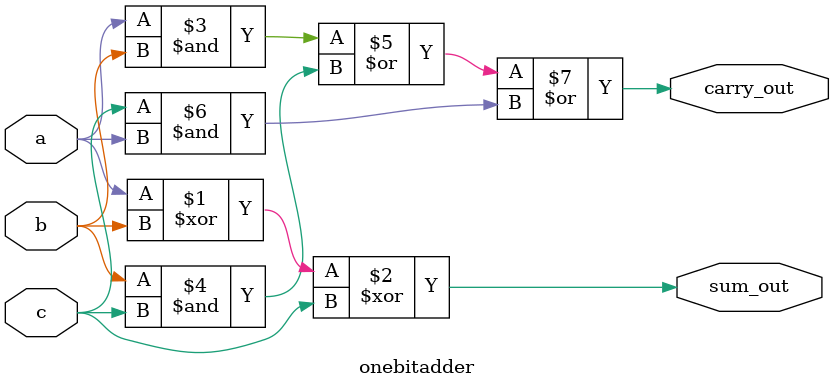
<source format=v>
module onebitadder(a,b,c,sum_out,carry_out);
        input a,b,c;
        output sum_out,carry_out;
        assign sum_out= a ^ b ^ c;
        assign carry_out= a&b | b&c | c&a;
       
 endmodule

</source>
